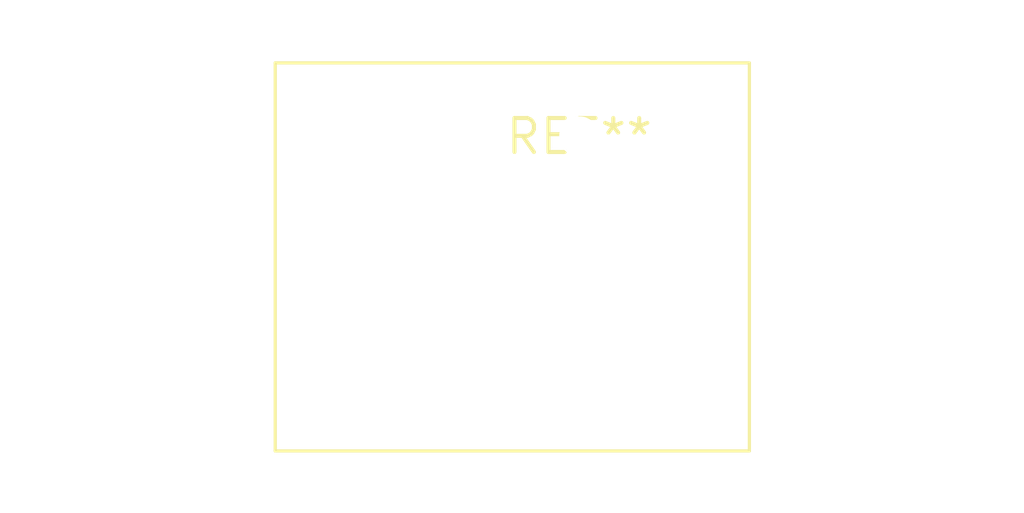
<source format=kicad_pcb>
(kicad_pcb (version 20240108) (generator pcbnew)
  (layers (0 "F.Cu" signal) (31 "B.Cu" signal) (34 "B.Paste" user) (35 "F.Paste" user) (36 "B.SilkS" user "B.Silkscreen") (37 "F.SilkS" user "F.Silkscreen") (38 "B.Mask" user) (39 "F.Mask" user) (44 "Edge.Cuts" user))
  (net 0 "")
  (footprint "SW_Matias_2.00u" (layer "F.Cu") (at 0 0)
    (property "Reference" "REF**")
    (property "Value" "SW_Matias_2.00u")
    (fp_line (start -11.35 -2.75) (end 6.35 -2.75) (layer "F.SilkS") (stroke (width 0.12)))
    (fp_line (start -11.35 11.75) (end -11.35 -2.75) (layer "F.SilkS") (stroke (width 0.12)))
    (fp_line (start 6.35 -2.75) (end 6.35 11.75) (layer "F.SilkS") (stroke (width 0.12)))
    (fp_line (start 6.35 11.75) (end -11.35 11.75) (layer "F.SilkS") (stroke (width 0.12)))
    (pad "1" thru_hole circle (at 0 0) (size 2.2 2.2) (drill 1.5) (layers *.Cu *.Mask) (remove_unused_layers))
    (pad "2" thru_hole circle (at -5 0.5) (size 2.2 2.2) (drill 1.5) (layers *.Cu *.Mask) (remove_unused_layers))
  )
)
</source>
